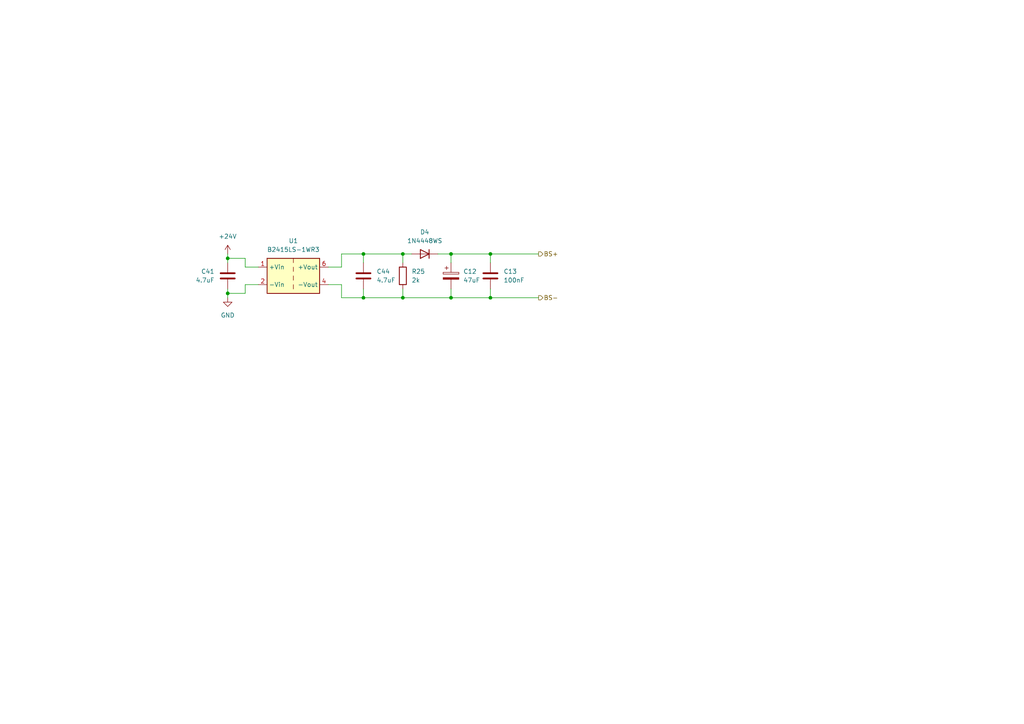
<source format=kicad_sch>
(kicad_sch (version 20231120) (generator "eeschema") (generator_version "8.0")
  (paper "A4")
  (title_block (title "Питание драйверов верхних ключей"))
  (lib_symbols
    (symbol "Device:C" (pin_numbers hide) (pin_names (offset 0.254))
      (property "Reference" "C" (at 0.635 2.54 0))
      (property "Value" "C" (at 0.635 -2.54 0))
      (symbol "C_0_1"
        (polyline (pts (xy -2.032 -0.762) (xy 2.032 -0.762)) (stroke (width 0.508)))
        (polyline (pts (xy -2.032 0.762) (xy 2.032 0.762)) (stroke (width 0.508)))
      )
      (symbol "C_1_1"
        (pin passive line (at 0 3.81 270) (length 2.794) (name "~") (number "1"))
        (pin passive line (at 0 -3.81 90) (length 2.794) (name "~") (number "2"))
      )
    )
    (symbol "Device:C_Polarized" (pin_numbers hide) (pin_names (offset 0.254))
      (property "Reference" "C" (at 0.635 2.54 0))
      (property "Value" "C_Polarized" (at 0.635 -2.54 0))
      (symbol "C_Polarized_0_1"
        (rectangle (start -2.286 0.508) (end 2.286 1.016))
        (polyline (pts (xy -1.778 2.286) (xy -0.762 2.286)))
        (polyline (pts (xy -1.27 2.794) (xy -1.27 1.778)))
        (rectangle (start 2.286 -0.508) (end -2.286 -1.016) (fill (type outline)))
      )
      (symbol "C_Polarized_1_1"
        (pin passive line (at 0 3.81 270) (length 2.794) (name "~") (number "1"))
        (pin passive line (at 0 -3.81 90) (length 2.794) (name "~") (number "2"))
      )
    )
    (symbol "Device:R" (pin_numbers hide) (pin_names (offset 0))
      (property "Reference" "R" (at 2.032 0 90))
      (property "Value" "R" (at 0 0 90))
      (symbol "R_0_1"
        (rectangle (start -1.016 -2.54) (end 1.016 2.54) (stroke (width 0.254)))
      )
      (symbol "R_1_1"
        (pin passive line (at 0 3.81 270) (length 1.27) (name "~") (number "1"))
        (pin passive line (at 0 -3.81 90) (length 1.27) (name "~") (number "2"))
      )
    )
    (symbol "Diode:1N4448WS" (pin_numbers hide) (pin_names hide)
      (property "Reference" "D" (at 0 2.54 0))
      (property "Value" "1N4448WS" (at 0 -2.54 0))
      (symbol "1N4448WS_0_1"
        (polyline (pts (xy -1.27 1.27) (xy -1.27 -1.27)) (stroke (width 0.254)))
        (polyline (pts (xy 1.27 0) (xy -1.27 0)))
        (polyline (pts (xy 1.27 1.27) (xy 1.27 -1.27) (xy -1.27 0) (xy 1.27 1.27)) (stroke (width 0.254)))
      )
      (symbol "1N4448WS_1_1"
        (pin passive line (at -3.81 0 0) (length 2.54) (name "K") (number "1"))
        (pin passive line (at 3.81 0 180) (length 2.54) (name "A") (number "2"))
      )
    )
    (symbol "main:B2415LS-1WR3"
      (property "Reference" "U" (at 0 8.382 0))
      (property "Value" "B2415LS-1WR3" (at 0 6.35 0))
      (symbol "B2415LS-1WR3_0_1"
        (rectangle (start -7.62 5.08) (end 7.62 -5.08) (stroke (width 0.254)) (fill (type background)))
        (polyline (pts (xy 0 -2.54) (xy 0 -3.81)))
        (polyline (pts (xy 0 0) (xy 0 -1.27)))
        (polyline (pts (xy 0 2.54) (xy 0 1.27)))
        (polyline (pts (xy 0 5.08) (xy 0 3.81)))
      )
      (symbol "B2415LS-1WR3_1_1"
        (pin power_in line (at -10.16 2.54 0) (length 2.54) (name "+Vin") (number "1"))
        (pin power_in line (at -10.16 -2.54 0) (length 2.54) (name "-Vin") (number "2"))
        (pin power_out line (at 10.16 -2.54 180) (length 2.54) (name "-Vout") (number "4"))
        (pin power_out line (at 10.16 2.54 180) (length 2.54) (name "+Vout") (number "6"))
      )
    )
    (symbol "power:+24V" (power) (pin_numbers hide) (pin_names (offset 0) hide)
      (property "Value" "+24V" (at 0 3.556 0))
      (symbol "+24V_0_1"
        (polyline (pts (xy -0.762 1.27) (xy 0 2.54)))
        (polyline (pts (xy 0 0) (xy 0 2.54)))
        (polyline (pts (xy 0 2.54) (xy 0.762 1.27)))
      )
      (symbol "+24V_1_1"
        (pin power_in line (at 0 0 90) (length 0) (name "~") (number "1"))
      )
    )
    (symbol "power:GND" (power) (pin_numbers hide) (pin_names (offset 0) hide)
      (property "Value" "GND" (at 0 -3.81 0))
      (symbol "GND_0_1"
        (polyline (pts (xy 0 0) (xy 0 -1.27) (xy 1.27 -1.27) (xy 0 -2.54) (xy -1.27 -1.27) (xy 0 -1.27)))
      )
      (symbol "GND_1_1"
        (pin power_in line (at 0 0 270) (length 0) (name "~") (number "1"))
      )
    )
  )
  (junction (at 130.81 73.66))
  (junction (at 66.04 74.93))
  (junction (at 105.41 73.66))
  (junction (at 142.24 73.66))
  (junction (at 116.84 73.66))
  (junction (at 66.04 85.09))
  (junction (at 130.81 86.36))
  (junction (at 142.24 86.36))
  (junction (at 116.84 86.36))
  (junction (at 105.41 86.36))
  (wire (pts (xy 66.04 85.09) (xy 66.04 83.82)))
  (wire (pts (xy 142.24 86.36) (xy 156.21 86.36)))
  (wire (pts (xy 130.81 83.82) (xy 130.81 86.36)))
  (wire (pts (xy 95.25 77.47) (xy 99.06 77.47)))
  (wire (pts (xy 66.04 85.09) (xy 66.04 86.36)))
  (wire (pts (xy 142.24 76.2) (xy 142.24 73.66)))
  (wire (pts (xy 99.06 73.66) (xy 105.41 73.66)))
  (wire (pts (xy 66.04 73.66) (xy 66.04 74.93)))
  (wire (pts (xy 71.12 74.93) (xy 66.04 74.93)))
  (wire (pts (xy 71.12 77.47) (xy 71.12 74.93)))
  (wire (pts (xy 71.12 82.55) (xy 74.93 82.55)))
  (wire (pts (xy 99.06 86.36) (xy 105.41 86.36)))
  (wire (pts (xy 142.24 73.66) (xy 156.21 73.66)))
  (wire (pts (xy 116.84 73.66) (xy 116.84 76.2)))
  (wire (pts (xy 127 73.66) (xy 130.81 73.66)))
  (wire (pts (xy 99.06 77.47) (xy 99.06 73.66)))
  (wire (pts (xy 105.41 73.66) (xy 105.41 76.2)))
  (wire (pts (xy 71.12 77.47) (xy 74.93 77.47)))
  (wire (pts (xy 71.12 82.55) (xy 71.12 85.09)))
  (wire (pts (xy 130.81 86.36) (xy 116.84 86.36)))
  (wire (pts (xy 99.06 82.55) (xy 99.06 86.36)))
  (wire (pts (xy 142.24 86.36) (xy 130.81 86.36)))
  (wire (pts (xy 130.81 73.66) (xy 142.24 73.66)))
  (wire (pts (xy 66.04 74.93) (xy 66.04 76.2)))
  (wire (pts (xy 105.41 83.82) (xy 105.41 86.36)))
  (wire (pts (xy 116.84 83.82) (xy 116.84 86.36)))
  (wire (pts (xy 116.84 73.66) (xy 119.38 73.66)))
  (wire (pts (xy 130.81 73.66) (xy 130.81 76.2)))
  (wire (pts (xy 95.25 82.55) (xy 99.06 82.55)))
  (wire (pts (xy 105.41 86.36) (xy 116.84 86.36)))
  (wire (pts (xy 142.24 83.82) (xy 142.24 86.36)))
  (wire (pts (xy 71.12 85.09) (xy 66.04 85.09)))
  (wire (pts (xy 105.41 73.66) (xy 116.84 73.66)))
  (hierarchical_label "BS-" (shape output) (at 156.21 86.36 0))
  (hierarchical_label "BS+" (shape output) (at 156.21 73.66 0))
  (symbol (lib_id "Device:C_Polarized") (at 130.81 80.01 0) (unit 1)
    (property "Reference" "C12" (at 134.366 78.74 0) (effects (justify left)))
    (property "Value" "47uF" (at 134.366 81.28 0) (effects (justify left)))
    (property "Footprint" "Capacitor_SMD:C_Elec_5x5.8" (effects (hide yes)))
    (property "Datasheet" "https://www.platan.ru/cgi-bin/qwery.pl/id=2015355001" (effects (hide yes)))
    (property "Description" "Polarized capacitor" (effects (hide yes)))
    (instances (project "main" (path "" (reference "C12") (unit 1)) (path "" (reference "C16") (unit 1)) (path "" (reference "C14") (unit 1))))
  )
  (symbol (lib_id "main:B2415LS-1WR3") (at 85.09 80.01 0) (unit 1)
    (property "Reference" "U1" (at 85.09 69.85 0))
    (property "Value" "B2415LS-1WR3" (at 85.09 72.39 0))
    (property "Footprint" "Converter_DCDC:Converter_DCDC_TRACO_TMA-15xxS_24xxS_Single_THT" (effects (hide yes)))
    (property "Datasheet" "https://www.compel.ru/item-pdf/2ec1768d3564db0bf47544ec3d83c3f2/ps/mornsun~a_s-1wr3---b_ls-1wr3.pdf" (effects (hide yes)))
    (property "Description" "1W DC/DC converter unregulated, 21.6-26.4V input, 15V fixed output voltage, 67mA output, 1.5kVDC isolation, SIP-7" (effects (hide yes)))
    (instances (project "" (path "" (reference "U1") (unit 1)) (path "" (reference "U7") (unit 1)) (path "" (reference "U4") (unit 1))))
  )
  (symbol (lib_id "Device:C") (at 142.24 80.01 0) (unit 1)
    (property "Reference" "C13" (at 146.05 78.7399 0) (effects (justify left)))
    (property "Value" "100nF" (at 146.05 81.2799 0) (effects (justify left)))
    (property "Footprint" "Capacitor_SMD:C_0805_2012Metric" (effects (hide yes)))
    (property "Description" "Unpolarized capacitor" (effects (hide yes)))
    (instances (project "main" (path "" (reference "C13") (unit 1)) (path "" (reference "C17") (unit 1)) (path "" (reference "C15") (unit 1))))
  )
  (symbol (lib_id "Device:R") (at 116.84 80.01 0) (unit 1)
    (property "Reference" "R25" (at 119.38 78.7399 0) (effects (justify left)))
    (property "Value" "2k" (at 119.38 81.2799 0) (effects (justify left)))
    (property "Footprint" "Resistor_SMD:R_1206_3216Metric" (effects (hide yes)))
    (property "Description" "Resistor" (effects (hide yes)))
    (instances (project "main" (path "" (reference "R25") (unit 1)) (path "" (reference "R29") (unit 1)) (path "" (reference "R27") (unit 1))))
  )
  (symbol (lib_id "Diode:1N4448WS") (at 123.19 73.66 180) (unit 1)
    (property "Reference" "D4" (at 123.19 67.31 0))
    (property "Value" "1N4448WS" (at 123.19 69.85 0))
    (property "Footprint" "Diode_SMD:D_SOD-323" (effects (hide yes)))
    (property "Datasheet" "https://www.vishay.com/docs/81387/1n4448ws.pdf" (effects (hide yes)))
    (property "Description" "75V 0.15A Small Signal Fast switching Diode, SOD-323" (effects (hide yes)))
    (property "Sim.Device" "D" (effects (hide yes)))
    (property "Sim.Pins" "1=K 2=A" (effects (hide yes)))
    (instances (project "main" (path "" (reference "D4") (unit 1)) (path "" (reference "D6") (unit 1)) (path "" (reference "D5") (unit 1))))
  )
  (symbol (lib_id "Device:C") (at 105.41 80.01 0) (unit 1)
    (property "Reference" "C44" (at 109.22 78.7399 0) (effects (justify left)))
    (property "Value" "4.7uF" (at 109.22 81.2799 0) (effects (justify left)))
    (property "Footprint" "Capacitor_SMD:C_0805_2012Metric" (effects (hide yes)))
    (property "Description" "Unpolarized capacitor" (effects (hide yes)))
    (instances (project "main" (path "" (reference "C44") (unit 1)) (path "" (reference "C46") (unit 1)) (path "" (reference "C45") (unit 1))))
  )
  (symbol (lib_id "Device:C") (at 66.04 80.01 0) (mirror y) (unit 1)
    (property "Reference" "C41" (at 62.23 78.7399 0) (effects (justify left)))
    (property "Value" "4.7uF" (at 62.23 81.2799 0) (effects (justify left)))
    (property "Footprint" "Capacitor_SMD:C_0805_2012Metric" (effects (hide yes)))
    (property "Description" "Unpolarized capacitor" (effects (hide yes)))
    (instances (project "" (path "" (reference "C41") (unit 1)) (path "" (reference "C43") (unit 1)) (path "" (reference "C42") (unit 1))))
  )
  (symbol (lib_id "power:GND") (at 66.04 86.36 0) (unit 1)
    (property "Reference" "#PWR39" (effects (hide yes)))
    (property "Value" "GND" (at 66.04 91.44 0))
    (property "Description" "Power symbol creates a global label with name \"GND\" , ground" (effects (hide yes)))
    (instances (project "" (path "" (reference "#PWR39") (unit 1)) (path "" (reference "#PWR41") (unit 1)) (path "" (reference "#PWR40") (unit 1))))
  )
  (symbol (lib_id "power:+24V") (at 66.04 73.66 0) (unit 1)
    (property "Reference" "#PWR36" (effects (hide yes)))
    (property "Value" "+24V" (at 66.04 68.58 0))
    (property "Description" "Power symbol creates a global label with name \"+24V\"" (effects (hide yes)))
    (instances (project "" (path "" (reference "#PWR36") (unit 1)) (path "" (reference "#PWR38") (unit 1)) (path "" (reference "#PWR37") (unit 1))))
  )
)
</source>
